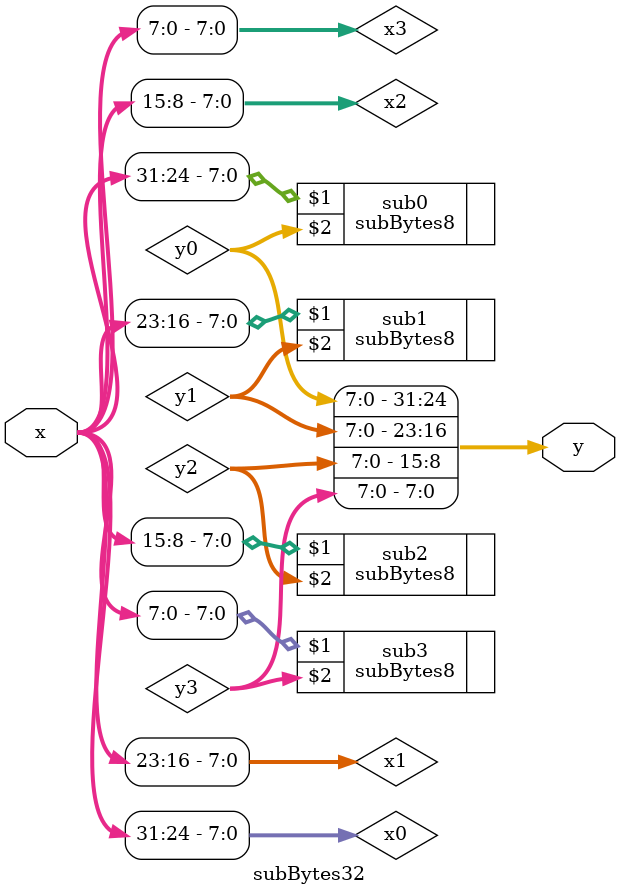
<source format=v>
module subBytes32 (x, y);
input [31:0] x;
output [31:0] y;
wire [7:0] x0, x1, x2, x3;
wire [7:0] y0, y1, y2, y3;

assign x0 = x[31:24];
assign x1 = x[23:16];
assign x2 = x[15: 8];
assign x3 = x[ 7: 0];

subBytes8 sub0 (x0, y0);
subBytes8 sub1 (x1, y1);
subBytes8 sub2 (x2, y2);
subBytes8 sub3 (x3, y3);

assign y = {y0, y1, y2, y3};
endmodule

</source>
